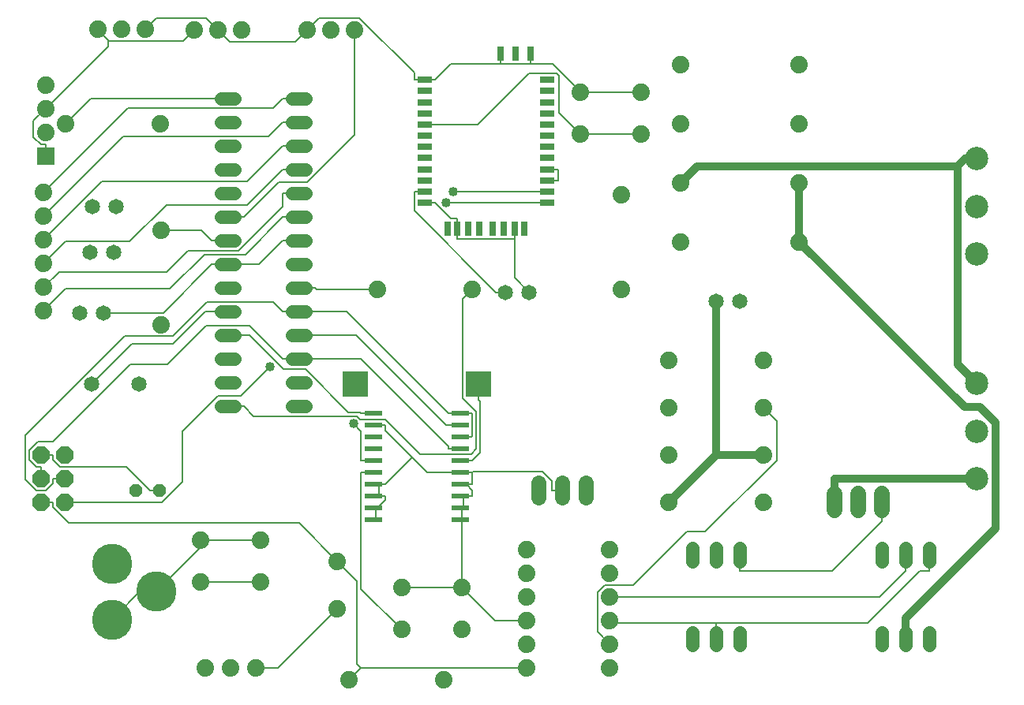
<source format=gtl>
G75*
G70*
%OFA0B0*%
%FSLAX24Y24*%
%IPPOS*%
%LPD*%
%AMOC8*
5,1,8,0,0,1.08239X$1,22.5*
%
%ADD10C,0.0560*%
%ADD11OC8,0.0740*%
%ADD12C,0.0740*%
%ADD13C,0.1700*%
%ADD14C,0.0650*%
%ADD15OC8,0.0560*%
%ADD16R,0.0630X0.0315*%
%ADD17R,0.0315X0.0630*%
%ADD18C,0.0640*%
%ADD19C,0.0680*%
%ADD20C,0.0984*%
%ADD21R,0.1095X0.1095*%
%ADD22R,0.0780X0.0209*%
%ADD23R,0.0740X0.0740*%
%ADD24C,0.0080*%
%ADD25C,0.0400*%
%ADD26C,0.0320*%
D10*
X009702Y013149D02*
X010262Y013149D01*
X010262Y014149D02*
X009702Y014149D01*
X009702Y015149D02*
X010262Y015149D01*
X010262Y016149D02*
X009702Y016149D01*
X009702Y017149D02*
X010262Y017149D01*
X010262Y018149D02*
X009702Y018149D01*
X009702Y019149D02*
X010262Y019149D01*
X010262Y020149D02*
X009702Y020149D01*
X009702Y021149D02*
X010262Y021149D01*
X010262Y022149D02*
X009702Y022149D01*
X009702Y023149D02*
X010262Y023149D01*
X010262Y024149D02*
X009702Y024149D01*
X009702Y025149D02*
X010262Y025149D01*
X010262Y026149D02*
X009702Y026149D01*
X012702Y026149D02*
X013262Y026149D01*
X013262Y025149D02*
X012702Y025149D01*
X012702Y024149D02*
X013262Y024149D01*
X013262Y023149D02*
X012702Y023149D01*
X012702Y022149D02*
X013262Y022149D01*
X013262Y021149D02*
X012702Y021149D01*
X012702Y020149D02*
X013262Y020149D01*
X013262Y019149D02*
X012702Y019149D01*
X012702Y018149D02*
X013262Y018149D01*
X013262Y017149D02*
X012702Y017149D01*
X012702Y016149D02*
X013262Y016149D01*
X013262Y015149D02*
X012702Y015149D01*
X012702Y014149D02*
X013262Y014149D01*
X013262Y013149D02*
X012702Y013149D01*
X029601Y007161D02*
X029601Y006601D01*
X030601Y006601D02*
X030601Y007161D01*
X031601Y007161D02*
X031601Y006601D01*
X031601Y003601D02*
X031601Y003041D01*
X030601Y003041D02*
X030601Y003601D01*
X029601Y003601D02*
X029601Y003041D01*
X037601Y003041D02*
X037601Y003601D01*
X038601Y003601D02*
X038601Y003041D01*
X039601Y003041D02*
X039601Y003601D01*
X039601Y006601D02*
X039601Y007161D01*
X038601Y007161D02*
X038601Y006601D01*
X037601Y006601D02*
X037601Y007161D01*
D11*
X003101Y009101D03*
X002101Y009101D03*
X002101Y010101D03*
X003101Y010101D03*
X003101Y011101D03*
X002101Y011101D03*
D12*
X008821Y007491D03*
X011381Y007491D03*
X011381Y005711D03*
X008821Y005711D03*
X009031Y002101D03*
X010101Y002101D03*
X011171Y002101D03*
X015101Y001601D03*
X017321Y003711D03*
X017321Y005491D03*
X019881Y005491D03*
X022601Y005101D03*
X022601Y006101D03*
X022601Y007101D03*
X026101Y007101D03*
X026101Y006101D03*
X026101Y005101D03*
X026101Y004101D03*
X026101Y003101D03*
X026101Y002101D03*
X022601Y002101D03*
X022601Y003101D03*
X022601Y004101D03*
X019881Y003711D03*
X019101Y001601D03*
X014601Y004601D03*
X014601Y006601D03*
X028601Y009101D03*
X028601Y011101D03*
X028601Y013101D03*
X028601Y015101D03*
X032601Y015101D03*
X032601Y013101D03*
X032601Y011101D03*
X032601Y009101D03*
X026601Y018101D03*
X029101Y020101D03*
X026601Y022101D03*
X029101Y022601D03*
X027425Y024638D03*
X029101Y025101D03*
X027425Y026418D03*
X029101Y027601D03*
X024865Y026418D03*
X024865Y024638D03*
X034101Y025101D03*
X034101Y027601D03*
X034101Y022601D03*
X034101Y020101D03*
X020304Y018090D03*
X016304Y018090D03*
X007179Y016601D03*
X002209Y017185D03*
X002209Y018185D03*
X002209Y019185D03*
X002209Y020185D03*
X002209Y021185D03*
X002209Y022185D03*
X002289Y024718D03*
X003139Y025101D03*
X002289Y025718D03*
X002289Y026718D03*
X004491Y029081D03*
X005491Y029081D03*
X006491Y029081D03*
X008571Y029061D03*
X009571Y029061D03*
X010571Y029061D03*
X013345Y029071D03*
X014345Y029071D03*
X015345Y029071D03*
X007139Y025101D03*
X007179Y020601D03*
D13*
X005101Y004132D03*
X006951Y005313D03*
X005101Y006494D03*
D14*
X004243Y014101D03*
X006243Y014101D03*
X004743Y017101D03*
X003743Y017101D03*
X004178Y019641D03*
X005178Y019641D03*
X005258Y021601D03*
X004258Y021601D03*
X021714Y017970D03*
X022714Y017970D03*
X030601Y017601D03*
X031601Y017601D03*
D15*
X007101Y009601D03*
X006101Y009601D03*
D16*
X018284Y021752D03*
X018284Y022225D03*
X018284Y022697D03*
X018284Y023170D03*
X018284Y023642D03*
X018284Y024115D03*
X018284Y024587D03*
X018284Y025059D03*
X018284Y025532D03*
X018284Y026004D03*
X018284Y026477D03*
X018284Y026949D03*
X023481Y026949D03*
X023481Y026477D03*
X023481Y026004D03*
X023481Y025532D03*
X023481Y025059D03*
X023481Y024587D03*
X023481Y024115D03*
X023481Y023642D03*
X023481Y023170D03*
X023481Y022697D03*
X023481Y022225D03*
X023481Y021752D03*
D17*
X022506Y020650D03*
X022103Y020650D03*
X021631Y020650D03*
X021158Y020650D03*
X020607Y020650D03*
X020135Y020650D03*
X019662Y020650D03*
X019260Y020650D03*
X021513Y028052D03*
X022143Y028052D03*
X022773Y028052D03*
D18*
X023101Y009921D02*
X023101Y009281D01*
X024101Y009281D02*
X024101Y009921D01*
X025101Y009921D02*
X025101Y009281D01*
D19*
X035601Y009441D02*
X035601Y008761D01*
X036601Y008761D02*
X036601Y009441D01*
X037601Y009441D02*
X037601Y008761D01*
D20*
X041601Y010093D03*
X041601Y012101D03*
X041601Y014109D03*
X041601Y019593D03*
X041601Y021601D03*
X041601Y023609D03*
D21*
X020582Y014101D03*
X015382Y014101D03*
D22*
X016116Y012851D03*
X016116Y012351D03*
X016116Y011851D03*
X016116Y011351D03*
X016116Y010851D03*
X016116Y010351D03*
X016116Y009851D03*
X016116Y009351D03*
X016116Y008851D03*
X016116Y008351D03*
X019805Y008351D03*
X019805Y008851D03*
X019805Y009351D03*
X019805Y009851D03*
X019805Y010351D03*
X019805Y010851D03*
X019805Y011351D03*
X019805Y011851D03*
X019805Y012351D03*
X019805Y012851D03*
D23*
X002289Y023718D03*
D24*
X002289Y024208D01*
X002105Y024208D01*
X001779Y024534D01*
X001779Y025208D01*
X002289Y025718D01*
X004941Y028370D01*
X004941Y028591D01*
X008101Y028591D01*
X008571Y029061D01*
X009075Y029557D02*
X009571Y029061D01*
X010061Y028571D01*
X012845Y028571D01*
X013345Y029071D01*
X013843Y029569D01*
X015547Y029569D01*
X017849Y027266D01*
X017849Y026949D01*
X018284Y026949D01*
X018719Y026949D01*
X019387Y027617D01*
X021513Y027617D01*
X021513Y027834D01*
X021513Y028052D01*
X021513Y027617D02*
X022773Y027617D01*
X022773Y028052D01*
X022773Y027617D02*
X023699Y027617D01*
X024865Y026451D01*
X024865Y026418D01*
X027425Y026418D01*
X027425Y024638D02*
X024865Y024638D01*
X023963Y025540D01*
X023963Y027122D01*
X023849Y027235D01*
X022701Y027235D01*
X020525Y025059D01*
X018284Y025059D01*
X015345Y024635D02*
X013333Y022623D01*
X012142Y022623D01*
X010668Y021149D01*
X009982Y021149D01*
X010802Y021649D02*
X007389Y021649D01*
X005845Y020105D01*
X003129Y020105D01*
X002209Y019185D01*
X002861Y018837D02*
X007392Y018837D01*
X008290Y019735D01*
X010435Y019735D01*
X012302Y021602D01*
X012302Y022149D01*
X012982Y022149D01*
X012982Y023149D02*
X012302Y023149D01*
X010802Y021649D01*
X010802Y022649D02*
X004673Y022649D01*
X002209Y020185D01*
X002209Y021185D02*
X005573Y024549D01*
X011702Y024549D01*
X012302Y025149D01*
X012982Y025149D01*
X012982Y024149D02*
X012302Y024149D01*
X010802Y022649D01*
X012302Y021149D02*
X010722Y019569D01*
X009012Y019569D01*
X007548Y018105D01*
X003129Y018105D01*
X002209Y017185D01*
X002209Y018185D02*
X002861Y018837D01*
X004743Y017101D02*
X007254Y017101D01*
X009302Y019149D01*
X009982Y019149D01*
X011302Y019149D01*
X012302Y020149D01*
X012982Y020149D01*
X012982Y021149D02*
X012302Y021149D01*
X009982Y020149D02*
X009302Y020149D01*
X008850Y020601D01*
X007179Y020601D01*
X009088Y017549D02*
X007650Y016111D01*
X005620Y016111D01*
X001435Y011926D01*
X001435Y010069D01*
X001903Y009601D01*
X002314Y009601D01*
X002611Y009898D01*
X002611Y010101D01*
X003101Y010101D01*
X002898Y010591D02*
X002591Y010898D01*
X002591Y011101D01*
X002101Y011101D01*
X002101Y010591D02*
X001898Y010591D01*
X001595Y010894D01*
X001595Y011292D01*
X001972Y011670D01*
X002590Y011670D01*
X005858Y014937D01*
X007448Y014937D01*
X009060Y016549D01*
X010901Y016549D01*
X012302Y015149D01*
X012982Y015149D01*
X015610Y015149D01*
X019295Y011463D01*
X019295Y011351D01*
X019805Y011351D01*
X020255Y011113D02*
X018091Y011113D01*
X016616Y012587D01*
X015570Y012587D01*
X015420Y012736D01*
X011074Y012736D01*
X010662Y013149D01*
X009982Y013149D01*
X009567Y013601D02*
X008053Y012087D01*
X008053Y009958D01*
X007196Y009101D01*
X003101Y009101D01*
X002591Y009101D02*
X002591Y008898D01*
X003274Y008214D01*
X012987Y008214D01*
X014601Y006601D01*
X015446Y005755D01*
X015446Y002255D01*
X015601Y002101D01*
X022601Y002101D01*
X022601Y004101D02*
X021271Y004101D01*
X019881Y005491D01*
X017321Y005491D01*
X015606Y005425D02*
X015606Y010351D01*
X016116Y010351D01*
X016116Y010851D02*
X015606Y010851D01*
X015606Y012098D01*
X015288Y012416D01*
X016116Y012351D02*
X016626Y012351D01*
X016626Y012117D01*
X017759Y010984D01*
X016626Y009851D01*
X016371Y009851D01*
X016371Y009351D01*
X016116Y009351D01*
X016371Y009351D02*
X016626Y009351D01*
X016626Y009175D01*
X016302Y008851D01*
X016244Y008851D01*
X016244Y008351D01*
X016116Y008351D01*
X016116Y008851D02*
X016148Y008851D01*
X016244Y008851D01*
X016371Y009851D02*
X016116Y009851D01*
X017759Y010984D02*
X018392Y010351D01*
X019805Y010351D01*
X020315Y010351D01*
X020315Y009851D01*
X020060Y009851D01*
X019805Y009851D01*
X020060Y009851D02*
X020315Y009596D01*
X020315Y009351D01*
X019933Y009351D01*
X019933Y008851D01*
X019869Y008851D01*
X019869Y008351D01*
X019837Y008351D01*
X019805Y008351D01*
X019837Y008351D02*
X019881Y008307D01*
X019881Y005491D01*
X017321Y003711D02*
X015606Y005425D01*
X014601Y004601D02*
X012101Y002101D01*
X011171Y002101D01*
X015101Y001601D02*
X015601Y002101D01*
X011381Y005711D02*
X008821Y005711D01*
X008821Y007183D02*
X006951Y005313D01*
X006282Y005313D01*
X005101Y004132D01*
X008821Y007183D02*
X008821Y007491D01*
X011381Y007491D01*
X007101Y009601D02*
X006701Y009601D01*
X005711Y010591D01*
X002898Y010591D01*
X002101Y010591D02*
X002101Y010101D01*
X002101Y009101D02*
X002591Y009101D01*
X009567Y013601D02*
X010542Y013601D01*
X011772Y014831D01*
X012337Y014719D02*
X010907Y016149D01*
X010662Y016149D01*
X009982Y016149D01*
X009982Y017149D02*
X009023Y017149D01*
X007668Y015794D01*
X005936Y015794D01*
X004243Y014101D01*
X009088Y017549D02*
X011902Y017549D01*
X012302Y017149D01*
X012982Y017149D01*
X014997Y017149D01*
X019295Y012851D01*
X019805Y012851D01*
X019900Y012851D01*
X020315Y012851D01*
X020315Y011891D01*
X020275Y011851D01*
X019805Y011851D01*
X019805Y012351D02*
X019200Y012351D01*
X015402Y016149D01*
X012982Y016149D01*
X013259Y014719D02*
X012337Y014719D01*
X013259Y014719D02*
X015081Y012896D01*
X015561Y012896D01*
X015606Y012851D01*
X016116Y012851D01*
X019805Y010851D02*
X020315Y010851D01*
X020648Y011184D01*
X020648Y013367D01*
X020582Y013433D01*
X020582Y014101D01*
X019914Y013504D02*
X020482Y012936D01*
X020482Y011339D01*
X020255Y011113D01*
X020350Y010385D02*
X020315Y010351D01*
X020350Y010385D02*
X023261Y010385D01*
X023661Y009986D01*
X023661Y009601D01*
X024101Y009601D01*
X019933Y009351D02*
X019805Y009351D01*
X019805Y008851D02*
X019869Y008851D01*
X025591Y005296D02*
X025591Y003611D01*
X026101Y003101D01*
X026201Y004001D02*
X026101Y004101D01*
X026201Y004001D02*
X030601Y004001D01*
X030601Y003601D01*
X030601Y004001D02*
X037001Y004001D01*
X039201Y006201D01*
X039601Y006201D01*
X039601Y006601D01*
X038601Y006601D02*
X038601Y006201D01*
X037501Y005101D01*
X026101Y005101D01*
X025895Y005601D02*
X025591Y005296D01*
X025895Y005601D02*
X027111Y005601D01*
X029356Y007846D01*
X030147Y007846D01*
X033168Y010866D01*
X033168Y012534D01*
X032601Y013101D01*
X037601Y009101D02*
X037601Y008301D01*
X035501Y006201D01*
X031601Y006201D01*
X031601Y006601D01*
X019914Y013504D02*
X019914Y017700D01*
X020304Y018090D01*
X021297Y017970D02*
X017849Y021417D01*
X017849Y022225D01*
X018284Y022225D01*
X018284Y021752D02*
X018719Y021752D01*
X019387Y021085D01*
X019662Y021085D01*
X019662Y020650D01*
X019662Y020215D01*
X022103Y020215D01*
X022103Y018580D01*
X022714Y017970D01*
X021714Y017970D02*
X021297Y017970D01*
X022103Y020215D02*
X022103Y020650D01*
X023481Y021752D02*
X019193Y021752D01*
X019507Y022225D02*
X023481Y022225D01*
X023481Y022697D02*
X023916Y022697D01*
X023916Y023170D01*
X023481Y023170D01*
X016304Y018090D02*
X013721Y018090D01*
X013662Y018149D01*
X012982Y018149D01*
X015345Y024635D02*
X015345Y029071D01*
X012982Y026149D02*
X012302Y026149D01*
X011902Y025749D01*
X005773Y025749D01*
X002209Y022185D01*
X003139Y025101D02*
X004187Y026149D01*
X009982Y026149D01*
X006967Y029557D02*
X006491Y029081D01*
X006967Y029557D02*
X009075Y029557D01*
X004941Y028631D02*
X004941Y028591D01*
X004941Y028631D02*
X004491Y029081D01*
D25*
X019193Y021752D03*
X019507Y022225D03*
X011772Y014831D03*
X015288Y012416D03*
D26*
X028601Y009101D02*
X030601Y011101D01*
X030601Y017601D01*
X034101Y020101D02*
X034101Y022601D01*
X034101Y020101D02*
X041097Y013105D01*
X041747Y013105D01*
X042409Y012443D01*
X042409Y007999D01*
X038601Y004191D01*
X038601Y003601D01*
X035601Y009101D02*
X035601Y010091D01*
X035603Y010093D01*
X041601Y010093D01*
X041601Y014109D02*
X040798Y014911D01*
X040798Y023294D01*
X029794Y023294D01*
X029101Y022601D01*
X040798Y023294D02*
X041113Y023609D01*
X041601Y023609D01*
X032601Y011101D02*
X030601Y011101D01*
M02*

</source>
